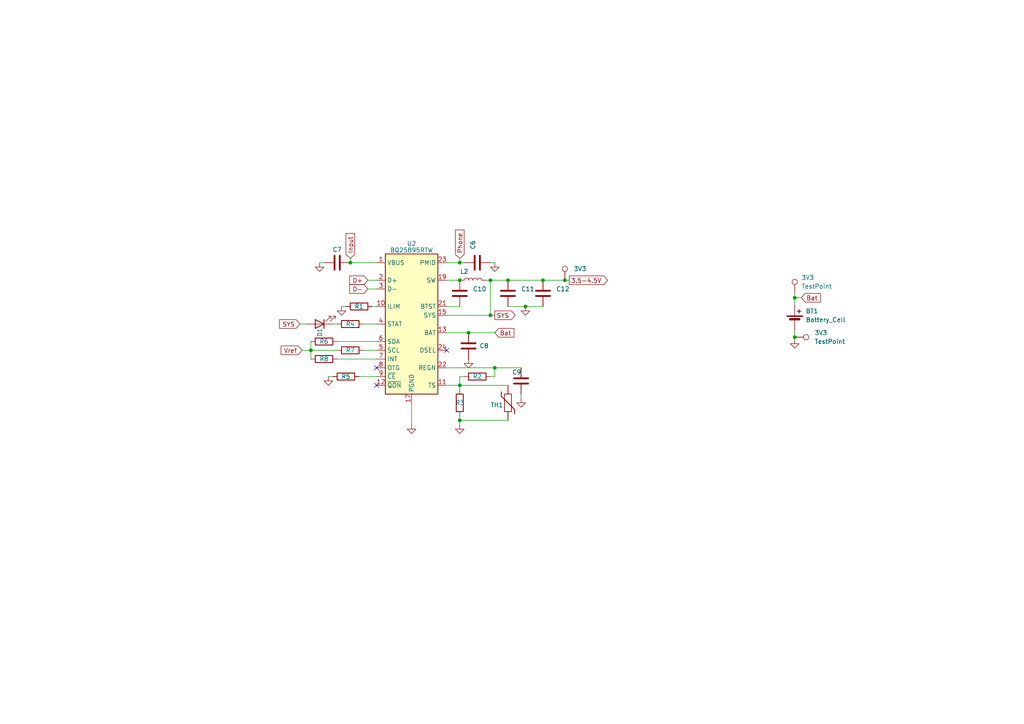
<source format=kicad_sch>
(kicad_sch (version 20230121) (generator eeschema)
  (paper "A4")
  (lib_symbols
    (symbol "Battery_Management:BQ25895RTW"
      (property "Reference" "U2" (at 0 23.3299 0))
      (property "Value" "BQ25895RTW" (at 0 21.4089 0))
      (symbol "BQ25895RTW_0_1"
        (rectangle (start -7.62 20.32) (end 7.62 -20.32) (stroke (width 0.254)) (fill (type background)))
      )
      (symbol "BQ25895RTW_1_1"
        (pin power_in line (at -10.16 17.78 0) (length 2.54) (name "VBUS") (number "1"))
        (pin passive line (at -10.16 5.08 0) (length 2.54) (name "ILIM") (number "10"))
        (pin passive line (at 10.16 -17.78 180) (length 2.54) (name "TS") (number "11"))
        (pin input line (at -10.16 -17.78 0) (length 2.54) (name "~{QON}") (number "12"))
        (pin passive line (at 10.16 -2.54 180) (length 2.54) (name "BAT") (number "13"))
        (pin passive line (at 10.16 -2.54 180) (length 2.54) hide (name "BAT") (number "14"))
        (pin passive line (at 10.16 2.54 180) (length 2.54) (name "SYS") (number "15"))
        (pin passive line (at 10.16 2.54 180) (length 2.54) hide (name "SYS") (number "16"))
        (pin power_in line (at 0 -22.86 90) (length 2.54) (name "PGND") (number "17"))
        (pin passive line (at 0 -22.86 90) (length 2.54) hide (name "PGND") (number "18"))
        (pin power_out line (at 10.16 12.7 180) (length 2.54) (name "SW") (number "19"))
        (pin bidirectional line (at -10.16 12.7 0) (length 2.54) (name "D+") (number "2"))
        (pin passive line (at 10.16 12.7 180) (length 2.54) hide (name "SW") (number "20"))
        (pin passive line (at 10.16 5.08 180) (length 2.54) (name "BTST") (number "21"))
        (pin passive line (at 10.16 -12.7 180) (length 2.54) (name "REGN") (number "22"))
        (pin power_out line (at 10.16 17.78 180) (length 2.54) (name "PMID") (number "23"))
        (pin open_collector line (at 10.16 -7.62 180) (length 2.54) (name "DSEL") (number "24"))
        (pin passive line (at 0 -22.86 90) (length 2.54) hide (name "PGND") (number "25"))
        (pin bidirectional line (at -10.16 10.16 0) (length 2.54) (name "D-") (number "3"))
        (pin open_collector line (at -10.16 0 0) (length 2.54) (name "STAT") (number "4"))
        (pin input line (at -10.16 -7.62 0) (length 2.54) (name "SCL") (number "5"))
        (pin bidirectional line (at -10.16 -5.08 0) (length 2.54) (name "SDA") (number "6"))
        (pin open_collector line (at -10.16 -10.16 0) (length 2.54) (name "INT") (number "7"))
        (pin input line (at -10.16 -12.7 0) (length 2.54) (name "OTG") (number "8"))
        (pin input line (at -10.16 -15.24 0) (length 2.54) (name "~{CE}") (number "9"))
      )
    )
    (symbol "Connector:TestPoint" (pin_numbers hide) (pin_names (offset 0.762) hide)
      (property "Reference" "TP" (at 0 6.858 0))
      (property "Value" "TestPoint" (at 0 5.08 0))
      (symbol "TestPoint_0_1"
        (circle (center 0 3.302) (radius 0.762))
      )
      (symbol "TestPoint_1_1"
        (pin passive line (at 0 0 90) (length 2.54) (name "1") (number "1"))
      )
    )
    (symbol "Device:Battery_Cell" (pin_numbers hide) (pin_names (offset 0) hide)
      (property "Reference" "BT" (at 2.54 2.54 0))
      (property "Value" "Battery_Cell" (at 2.54 0 0))
      (symbol "Battery_Cell_0_1"
        (rectangle (start -2.286 1.778) (end 2.286 1.524) (fill (type outline)))
        (rectangle (start -1.524 1.016) (end 1.524 0.508) (fill (type outline)))
        (polyline (pts (xy 0 0.762) (xy 0 0)))
        (polyline (pts (xy 0 1.778) (xy 0 2.54)))
        (polyline (pts (xy 0.762 3.048) (xy 1.778 3.048)) (stroke (width 0.254)))
        (polyline (pts (xy 1.27 3.556) (xy 1.27 2.54)) (stroke (width 0.254)))
      )
      (symbol "Battery_Cell_1_1"
        (pin passive line (at 0 5.08 270) (length 2.54) (name "+") (number "1"))
        (pin passive line (at 0 -2.54 90) (length 2.54) (name "-") (number "2"))
      )
    )
    (symbol "Device:C" (pin_numbers hide) (pin_names (offset 0.254))
      (property "Reference" "C" (at 0.635 2.54 0))
      (property "Value" "C" (at 0.635 -2.54 0))
      (symbol "C_0_1"
        (polyline (pts (xy -2.032 -0.762) (xy 2.032 -0.762)) (stroke (width 0.508)))
        (polyline (pts (xy -2.032 0.762) (xy 2.032 0.762)) (stroke (width 0.508)))
      )
      (symbol "C_1_1"
        (pin passive line (at 0 3.81 270) (length 2.794) (name "~") (number "1"))
        (pin passive line (at 0 -3.81 90) (length 2.794) (name "~") (number "2"))
      )
    )
    (symbol "Device:L" (pin_numbers hide) (pin_names (offset 1.016) hide)
      (property "Reference" "L" (at -1.27 0 90))
      (property "Value" "L" (at 1.905 0 90))
      (symbol "L_0_1"
        (arc (start 0 -2.54) (mid 0.6323 -1.905) (end 0 -1.27))
        (arc (start 0 -1.27) (mid 0.6323 -0.635) (end 0 0))
        (arc (start 0 0) (mid 0.6323 0.635) (end 0 1.27))
        (arc (start 0 1.27) (mid 0.6323 1.905) (end 0 2.54))
      )
      (symbol "L_1_1"
        (pin passive line (at 0 3.81 270) (length 1.27) (name "1") (number "1"))
        (pin passive line (at 0 -3.81 90) (length 1.27) (name "2") (number "2"))
      )
    )
    (symbol "Device:LED" (pin_numbers hide) (pin_names (offset 1.016) hide)
      (property "Reference" "D" (at 0 2.54 0))
      (property "Value" "LED" (at 0 -2.54 0))
      (symbol "LED_0_1"
        (polyline (pts (xy -1.27 -1.27) (xy -1.27 1.27)) (stroke (width 0.254)))
        (polyline (pts (xy -1.27 0) (xy 1.27 0)))
        (polyline (pts (xy 1.27 -1.27) (xy 1.27 1.27) (xy -1.27 0) (xy 1.27 -1.27)) (stroke (width 0.254)))
        (polyline (pts (xy -3.048 -0.762) (xy -4.572 -2.286) (xy -3.81 -2.286) (xy -4.572 -2.286) (xy -4.572 -1.524)))
        (polyline (pts (xy -1.778 -0.762) (xy -3.302 -2.286) (xy -2.54 -2.286) (xy -3.302 -2.286) (xy -3.302 -1.524)))
      )
      (symbol "LED_1_1"
        (pin passive line (at -3.81 0 0) (length 2.54) (name "K") (number "1"))
        (pin passive line (at 3.81 0 180) (length 2.54) (name "A") (number "2"))
      )
    )
    (symbol "Device:R" (pin_numbers hide) (pin_names (offset 0))
      (property "Reference" "R" (at 2.032 0 90))
      (property "Value" "R" (at 0 0 90))
      (symbol "R_0_1"
        (rectangle (start -1.016 -2.54) (end 1.016 2.54) (stroke (width 0.254)))
      )
      (symbol "R_1_1"
        (pin passive line (at 0 3.81 270) (length 1.27) (name "~") (number "1"))
        (pin passive line (at 0 -3.81 90) (length 1.27) (name "~") (number "2"))
      )
    )
    (symbol "Device:Thermistor" (pin_numbers hide) (pin_names (offset 0))
      (property "Reference" "TH" (at 2.54 1.27 90))
      (property "Value" "Thermistor" (at -2.54 0 90))
      (symbol "Thermistor_0_1"
        (rectangle (start -1.016 2.54) (end 1.016 -2.54) (stroke (width 0.2032)))
        (polyline (pts (xy -1.905 3.175) (xy -1.905 1.905) (xy 1.905 -1.905) (xy 1.905 -3.175) (xy 1.905 -3.175)) (stroke (width 0.254)))
      )
      (symbol "Thermistor_1_1"
        (pin passive line (at 0 5.08 270) (length 2.54) (name "~") (number "1"))
        (pin passive line (at 0 -5.08 90) (length 2.54) (name "~") (number "2"))
      )
    )
    (symbol "power:GND" (power) (pin_names (offset 0))
      (property "Value" "GND" (at 0 -3.81 0))
      (symbol "GND_0_1"
        (polyline (pts (xy 0 0) (xy 0 -1.27) (xy 1.27 -1.27) (xy 0 -2.54) (xy -1.27 -1.27) (xy 0 -1.27)))
      )
      (symbol "GND_1_1"
        (pin power_in line (at 0 0 270) (length 0) hide (name "GND") (number "1"))
      )
    )
  )
  (junction (at 133.35 111.76))
  (junction (at 133.35 76.2))
  (junction (at 142.24 81.28))
  (junction (at 101.6 76.2))
  (junction (at 133.35 81.28))
  (junction (at 135.89 96.52))
  (junction (at 157.48 81.28))
  (junction (at 143.51 106.68))
  (junction (at 90.17 101.6))
  (junction (at 152.4 88.9))
  (junction (at 230.505 97.79))
  (junction (at 147.32 81.28))
  (junction (at 142.24 91.44))
  (junction (at 230.505 86.36))
  (junction (at 133.35 121.92))
  (junction (at 163.83 81.28))
  (no_connect (at 109.22 106.68))
  (no_connect (at 129.54 101.6))
  (no_connect (at 109.22 111.76))
  (wire (pts (xy 105.41 101.6) (xy 109.22 101.6)))
  (wire (pts (xy 142.24 81.28) (xy 147.32 81.28)))
  (wire (pts (xy 129.54 81.28) (xy 133.35 81.28)))
  (wire (pts (xy 143.51 106.68) (xy 151.13 106.68)))
  (wire (pts (xy 90.17 99.06) (xy 90.17 101.6)))
  (wire (pts (xy 133.35 76.2) (xy 134.62 76.2)))
  (wire (pts (xy 129.54 88.9) (xy 133.35 88.9)))
  (wire (pts (xy 133.35 109.22) (xy 134.62 109.22)))
  (wire (pts (xy 151.13 114.3) (xy 151.13 115.57)))
  (wire (pts (xy 147.32 81.28) (xy 157.48 81.28)))
  (wire (pts (xy 133.35 121.92) (xy 133.35 123.19)))
  (wire (pts (xy 133.35 74.93) (xy 133.35 76.2)))
  (wire (pts (xy 107.95 88.9) (xy 109.22 88.9)))
  (wire (pts (xy 106.68 83.82) (xy 109.22 83.82)))
  (wire (pts (xy 133.35 111.76) (xy 133.35 113.03)))
  (wire (pts (xy 129.54 106.68) (xy 143.51 106.68)))
  (wire (pts (xy 97.79 104.14) (xy 109.22 104.14)))
  (wire (pts (xy 86.995 93.98) (xy 88.9 93.98)))
  (wire (pts (xy 143.51 109.22) (xy 143.51 106.68)))
  (wire (pts (xy 87.63 101.6) (xy 90.17 101.6)))
  (wire (pts (xy 104.14 109.22) (xy 109.22 109.22)))
  (wire (pts (xy 147.32 88.9) (xy 152.4 88.9)))
  (wire (pts (xy 142.24 109.22) (xy 143.51 109.22)))
  (wire (pts (xy 99.06 88.9) (xy 100.33 88.9)))
  (wire (pts (xy 96.52 93.98) (xy 97.79 93.98)))
  (wire (pts (xy 90.17 101.6) (xy 97.79 101.6)))
  (wire (pts (xy 105.41 93.98) (xy 109.22 93.98)))
  (wire (pts (xy 140.97 81.28) (xy 142.24 81.28)))
  (wire (pts (xy 163.83 81.28) (xy 165.1 81.28)))
  (wire (pts (xy 97.79 99.06) (xy 109.22 99.06)))
  (wire (pts (xy 129.54 76.2) (xy 133.35 76.2)))
  (wire (pts (xy 152.4 88.9) (xy 157.48 88.9)))
  (wire (pts (xy 129.54 91.44) (xy 142.24 91.44)))
  (wire (pts (xy 230.505 97.79) (xy 230.505 98.425)))
  (wire (pts (xy 101.6 74.93) (xy 101.6 76.2)))
  (wire (pts (xy 230.505 95.885) (xy 230.505 97.79)))
  (wire (pts (xy 129.54 111.76) (xy 133.35 111.76)))
  (wire (pts (xy 230.505 86.36) (xy 232.41 86.36)))
  (wire (pts (xy 119.38 116.84) (xy 119.38 123.19)))
  (wire (pts (xy 230.505 85.09) (xy 230.505 86.36)))
  (wire (pts (xy 101.6 76.2) (xy 109.22 76.2)))
  (wire (pts (xy 142.24 91.44) (xy 143.51 91.44)))
  (wire (pts (xy 129.54 96.52) (xy 135.89 96.52)))
  (wire (pts (xy 106.68 81.28) (xy 109.22 81.28)))
  (wire (pts (xy 230.505 86.36) (xy 230.505 88.265)))
  (wire (pts (xy 90.17 101.6) (xy 90.17 104.14)))
  (wire (pts (xy 157.48 81.28) (xy 163.83 81.28)))
  (wire (pts (xy 95.25 109.22) (xy 96.52 109.22)))
  (wire (pts (xy 133.35 109.22) (xy 133.35 111.76)))
  (wire (pts (xy 142.24 81.28) (xy 142.24 91.44)))
  (wire (pts (xy 133.35 121.92) (xy 147.32 121.92)))
  (wire (pts (xy 133.35 120.65) (xy 133.35 121.92)))
  (wire (pts (xy 92.71 76.2) (xy 93.98 76.2)))
  (wire (pts (xy 142.24 76.2) (xy 143.51 76.2)))
  (wire (pts (xy 135.89 96.52) (xy 143.51 96.52)))
  (wire (pts (xy 133.35 111.76) (xy 147.32 111.76)))
  (global_label "Vref" (shape input) (at 87.63 101.6 180) (property "Intersheetrefs" "${INTERSHEET_REFS}" (effects hide)))
  (global_label "Input" (shape input) (at 101.6 74.93 90) (property "Intersheetrefs" "${INTERSHEET_REFS}" (effects hide)))
  (global_label "SYS" (shape output) (at 143.51 91.44 0) (property "Intersheetrefs" "${INTERSHEET_REFS}" (effects hide)))
  (global_label "D+" (shape input) (at 106.68 81.28 180) (property "Intersheetrefs" "${INTERSHEET_REFS}" (effects hide)))
  (global_label "D-" (shape input) (at 106.68 83.82 180) (property "Intersheetrefs" "${INTERSHEET_REFS}" (effects hide)))
  (global_label "SYS" (shape input) (at 86.995 93.98 180) (property "Intersheetrefs" "${INTERSHEET_REFS}" (effects hide)))
  (global_label "3.5-4.5V" (shape output) (at 165.1 81.28 0) (property "Intersheetrefs" "${INTERSHEET_REFS}" (effects hide)))
  (global_label "Bat" (shape input) (at 232.41 86.36 0) (property "Intersheetrefs" "${INTERSHEET_REFS}" (effects hide)))
  (global_label "Bat" (shape input) (at 143.51 96.52 0) (property "Intersheetrefs" "${INTERSHEET_REFS}" (effects hide)))
  (global_label "Phone" (shape input) (at 133.35 74.93 90) (property "Intersheetrefs" "${INTERSHEET_REFS}" (effects hide)))
  (symbol (lib_id "Device:R") (at 101.6 101.6 90) (unit 1)
    (property "Reference" "R7" (at 101.6 101.6 90))
    (property "Value" "10k" (effects hide))
    (property "Footprint" "Resistor_SMD:R_0603_1608Metric" (effects hide))
  )
  (symbol (lib_id "Device:C") (at 138.43 76.2 90) (unit 1)
    (property "Reference" "C6" (at 137.16 72.39 0) (effects (justify left)))
    (property "Value" "8.2u" (effects hide))
    (property "Footprint" "Capacitor_SMD:C_1206_3216Metric" (effects hide))
  )
  (symbol (lib_id "Device:R") (at 133.35 116.84 180) (unit 1)
    (property "Reference" "R3" (at 132.08 116.84 0) (effects (justify right)))
    (property "Value" "30.1k" (effects hide))
    (property "Footprint" "Resistor_SMD:R_0603_1608Metric" (effects hide))
  )
  (symbol (lib_id "Device:Thermistor") (at 147.32 116.84 0) (unit 1)
    (property "Reference" "TH1" (at 142.24 117.475 0) (effects (justify left)))
    (property "Value" "10k" (effects hide))
    (property "Footprint" "Resistor_SMD:R_0603_1608Metric" (effects hide))
  )
  (symbol (lib_id "Device:C") (at 151.13 110.49 180) (unit 1)
    (property "Reference" "C9" (at 149.86 107.95 0))
    (property "Value" "4.7u" (effects hide))
    (property "Footprint" "Capacitor_SMD:C_0603_1608Metric" (effects hide))
  )
  (symbol (lib_id "Device:R") (at 138.43 109.22 90) (unit 1)
    (property "Reference" "R2" (at 138.43 109.22 90))
    (property "Value" "5.23k" (effects hide))
    (property "Footprint" "Resistor_SMD:R_0603_1608Metric" (effects hide))
  )
  (symbol (lib_id "Device:R") (at 93.98 104.14 90) (unit 1)
    (property "Reference" "R8" (at 93.98 104.14 90))
    (property "Value" "10k" (effects hide))
    (property "Footprint" "Resistor_SMD:R_0603_1608Metric" (effects hide))
  )
  (symbol (lib_id "Device:R") (at 100.33 109.22 90) (unit 1)
    (property "Reference" "R5" (at 100.33 109.22 90))
    (property "Value" "4.7k" (effects hide))
    (property "Footprint" "Resistor_SMD:R_0603_1608Metric" (effects hide))
  )
  (symbol (lib_id "Connector:TestPoint") (at 163.83 81.28 0) (unit 1)
    (property "Reference" "3V3" (at 166.37 77.978 0) (effects (justify left)))
    (property "Value" "TestPoint" (effects hide))
    (property "Footprint" "TestPoint:TestPoint_Keystone_5005-5009_Compact" (effects hide))
    (instances (project "BatterySystem" (path "" (reference "3V3") (unit 1)) (path "" (reference "3V5-4V5") (unit 1))))
  )
  (symbol (lib_id "power:GND") (at 119.38 123.19 0) (unit 1)
    (property "Reference" "#PWR08" (effects hide))
    (property "Value" "GND" (effects hide))
  )
  (symbol (lib_id "Device:LED") (at 92.71 93.98 180) (unit 1)
    (property "Reference" "D1" (at 92.71 97.79 90) (effects (justify right)))
    (property "Value" "LED" (effects hide))
    (property "Footprint" "LED_SMD:LED_0603_1608Metric" (effects hide))
  )
  (symbol (lib_id "power:GND") (at 133.35 123.19 0) (unit 1)
    (property "Reference" "#PWR07" (effects hide))
    (property "Value" "GND" (effects hide))
  )
  (symbol (lib_id "power:GND") (at 152.4 88.9 0) (unit 1)
    (property "Reference" "#PWR09" (effects hide))
    (property "Value" "GND" (effects hide))
  )
  (symbol (lib_id "power:GND") (at 135.89 104.14 0) (unit 1)
    (property "Reference" "#PWR05" (effects hide))
    (property "Value" "GND" (effects hide))
  )
  (symbol (lib_id "Device:C") (at 157.48 85.09 180) (unit 1)
    (property "Reference" "C12" (at 161.29 83.82 0) (effects (justify right)))
    (property "Value" "10u" (effects hide))
    (property "Footprint" "Capacitor_SMD:C_0603_1608Metric" (effects hide))
  )
  (symbol (lib_id "power:GND") (at 95.25 109.22 0) (unit 1)
    (property "Reference" "#PWR010" (effects hide))
    (property "Value" "GND" (effects hide))
  )
  (symbol (lib_id "power:GND") (at 143.51 76.2 0) (unit 1)
    (property "Reference" "#PWR02" (effects hide))
    (property "Value" "GND" (effects hide))
  )
  (symbol (lib_id "Device:R") (at 104.14 88.9 90) (unit 1)
    (property "Reference" "R1" (at 104.14 88.9 90))
    (property "Value" "260" (effects hide))
    (property "Footprint" "Resistor_SMD:R_0603_1608Metric" (effects hide))
  )
  (symbol (lib_id "power:GND") (at 99.06 88.9 0) (unit 1)
    (property "Reference" "#PWR04" (effects hide))
    (property "Value" "GND" (effects hide))
  )
  (symbol (lib_id "Device:C") (at 135.89 100.33 180) (unit 1)
    (property "Reference" "C8" (at 139.065 100.33 0) (effects (justify right)))
    (property "Value" "10u" (effects hide))
    (property "Footprint" "Capacitor_SMD:C_0603_1608Metric" (effects hide))
  )
  (symbol (lib_id "power:GND") (at 151.13 115.57 0) (unit 1)
    (property "Reference" "#PWR06" (effects hide))
    (property "Value" "GND" (effects hide))
  )
  (symbol (lib_id "Device:C") (at 97.79 76.2 270) (unit 1)
    (property "Reference" "C7" (at 97.79 72.39 90))
    (property "Value" "1u" (effects hide))
    (property "Footprint" "Resistor_SMD:R_0603_1608Metric" (effects hide))
  )
  (symbol (lib_id "Connector:TestPoint") (at 230.505 97.79 270) (unit 1)
    (property "Reference" "3V3" (at 236.22 96.52 90) (effects (justify left)))
    (property "Value" "TestPoint" (at 236.22 99.06 90) (effects (justify left)))
    (property "Footprint" "TestPoint:TestPoint_Keystone_5005-5009_Compact" (effects hide))
    (instances (project "BatterySystem" (path "" (reference "3V3") (unit 1)) (path "" (reference "GND2") (unit 1))))
  )
  (symbol (lib_id "Device:L") (at 137.16 81.28 90) (unit 1)
    (property "Reference" "L2" (at 134.62 78.74 90))
    (property "Value" "2.2u" (effects hide))
  )
  (symbol (lib_id "Battery_Management:BQ25895RTW") (at 119.38 93.98 0) (unit 1)
    (property "Reference" "U2" (at 119.38 70.6501 0))
    (property "Value" "BQ25895RTW" (at 119.38 72.5711 0))
    (property "Footprint" "Package_DFN_QFN:Texas_S-PWQFN-N24_EP2.7x2.7mm_ThermalVias" (effects hide))
    (property "Datasheet" "http://www.ti.com/lit/ds/symlink/bq25895.pdf" (effects hide))
  )
  (symbol (lib_id "Device:Battery_Cell") (at 230.505 93.345 0) (unit 1)
    (property "Reference" "BT1" (at 233.68 90.2335 0) (effects (justify left)))
    (property "Value" "Battery_Cell" (at 233.68 92.7735 0) (effects (justify left)))
    (property "Footprint" "Battery:BatteryHolder_MPD_BH-18650-PC2" (effects hide))
  )
  (symbol (lib_id "Device:R") (at 93.98 99.06 90) (unit 1)
    (property "Reference" "R6" (at 93.98 99.06 90))
    (property "Value" "10k" (effects hide))
    (property "Footprint" "Resistor_SMD:R_0603_1608Metric" (effects hide))
  )
  (symbol (lib_id "power:GND") (at 92.71 76.2 0) (unit 1)
    (property "Reference" "#PWR03" (effects hide))
    (property "Value" "GND" (effects hide))
  )
  (symbol (lib_id "Device:C") (at 133.35 85.09 180) (unit 1)
    (property "Reference" "C10" (at 137.16 83.82 0) (effects (justify right)))
    (property "Value" "47n" (effects hide))
    (property "Footprint" "Capacitor_SMD:C_0603_1608Metric" (effects hide))
  )
  (symbol (lib_id "Device:R") (at 101.6 93.98 90) (unit 1)
    (property "Reference" "R4" (at 101.6 93.98 90))
    (property "Value" "2.2k" (effects hide))
    (property "Footprint" "Resistor_SMD:R_0603_1608Metric" (effects hide))
  )
  (symbol (lib_id "Device:C") (at 147.32 85.09 180) (unit 1)
    (property "Reference" "C11" (at 151.13 83.82 0) (effects (justify right)))
    (property "Value" "10u" (effects hide))
    (property "Footprint" "Capacitor_SMD:C_0603_1608Metric" (effects hide))
  )
  (symbol (lib_id "Connector:TestPoint") (at 230.505 85.09 0) (unit 1)
    (property "Reference" "3V3" (at 232.41 80.518 0) (effects (justify left)))
    (property "Value" "TestPoint" (at 232.41 83.058 0) (effects (justify left)))
    (property "Footprint" "TestPoint:TestPoint_Keystone_5005-5009_Compact" (effects hide))
    (instances (project "BatterySystem" (path "" (reference "3V3") (unit 1)) (path "" (reference "Bat_test_point1") (unit 1))))
  )
  (symbol (lib_id "power:GND") (at 230.505 98.425 0) (unit 1)
    (property "Reference" "#PWR012" (effects hide))
    (property "Value" "GND" (effects hide))
  )
)
</source>
